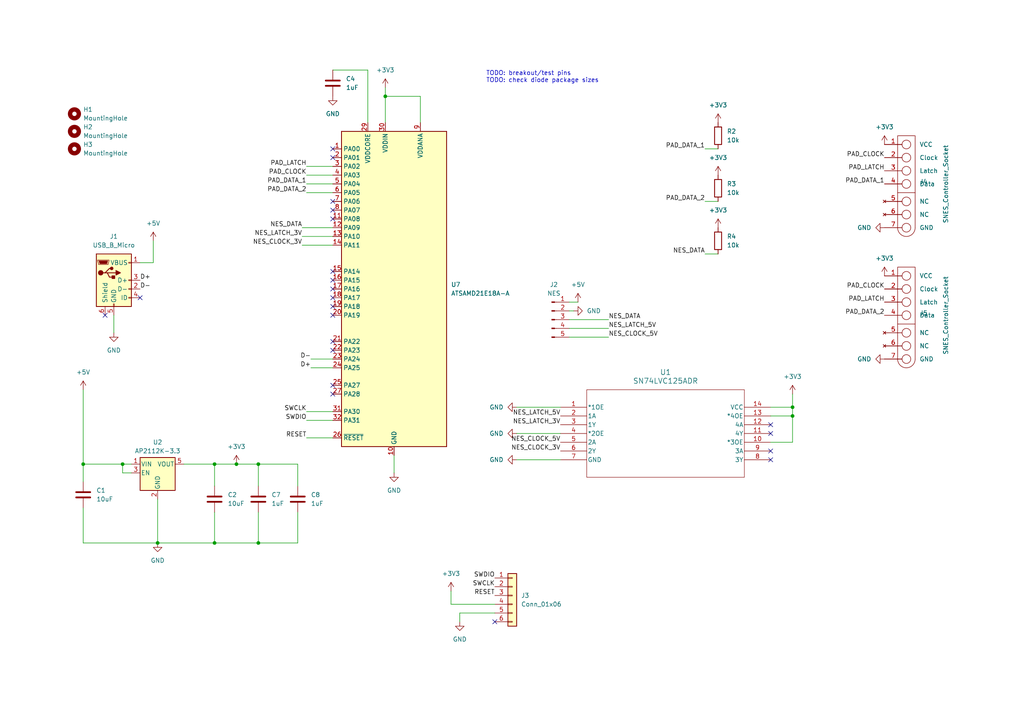
<source format=kicad_sch>
(kicad_sch (version 20230121) (generator eeschema)
  (paper "A4")
  (lib_symbols
    (symbol "Connector:Conn_01x05_Pin" (pin_names (offset 1.016) hide)
      (property "Reference" "J" (at 0 7.62 0))
      (property "Value" "Conn_01x05_Pin" (at 0 -7.62 0))
      (symbol "Conn_01x05_Pin_1_1"
        (polyline (pts (xy 1.27 -5.08) (xy 0.8636 -5.08)) (stroke (width 0.1524)))
        (polyline (pts (xy 1.27 -2.54) (xy 0.8636 -2.54)) (stroke (width 0.1524)))
        (polyline (pts (xy 1.27 0) (xy 0.8636 0)) (stroke (width 0.1524)))
        (polyline (pts (xy 1.27 2.54) (xy 0.8636 2.54)) (stroke (width 0.1524)))
        (polyline (pts (xy 1.27 5.08) (xy 0.8636 5.08)) (stroke (width 0.1524)))
        (rectangle (start 0.8636 -4.953) (end 0 -5.207) (stroke (width 0.1524)) (fill (type outline)))
        (rectangle (start 0.8636 -2.413) (end 0 -2.667) (stroke (width 0.1524)) (fill (type outline)))
        (rectangle (start 0.8636 0.127) (end 0 -0.127) (stroke (width 0.1524)) (fill (type outline)))
        (rectangle (start 0.8636 2.667) (end 0 2.413) (stroke (width 0.1524)) (fill (type outline)))
        (rectangle (start 0.8636 5.207) (end 0 4.953) (stroke (width 0.1524)) (fill (type outline)))
        (pin passive line (at 5.08 5.08 180) (length 3.81) (name "Pin_1") (number "1"))
        (pin passive line (at 5.08 2.54 180) (length 3.81) (name "Pin_2") (number "2"))
        (pin passive line (at 5.08 0 180) (length 3.81) (name "Pin_3") (number "3"))
        (pin passive line (at 5.08 -2.54 180) (length 3.81) (name "Pin_4") (number "4"))
        (pin passive line (at 5.08 -5.08 180) (length 3.81) (name "Pin_5") (number "5"))
      )
    )
    (symbol "Connector:USB_B_Micro" (pin_names (offset 1.016))
      (property "Reference" "J" (at -5.08 11.43 0))
      (property "Value" "USB_B_Micro" (at -5.08 8.89 0))
      (symbol "USB_B_Micro_0_1"
        (rectangle (start -5.08 -7.62) (end 5.08 7.62) (stroke (width 0.254)) (fill (type background)))
        (circle (center -3.81 2.159) (radius 0.635) (stroke (width 0.254)) (fill (type outline)))
        (circle (center -0.635 3.429) (radius 0.381) (stroke (width 0.254)) (fill (type outline)))
        (rectangle (start -0.127 -7.62) (end 0.127 -6.858))
        (polyline (pts (xy -1.905 2.159) (xy 0.635 2.159)) (stroke (width 0.254)))
        (polyline (pts (xy -3.175 2.159) (xy -2.54 2.159) (xy -1.27 3.429) (xy -0.635 3.429)) (stroke (width 0.254)))
        (polyline (pts (xy -2.54 2.159) (xy -1.905 2.159) (xy -1.27 0.889) (xy 0 0.889)) (stroke (width 0.254)))
        (polyline (pts (xy 0.635 2.794) (xy 0.635 1.524) (xy 1.905 2.159) (xy 0.635 2.794)) (stroke (width 0.254)) (fill (type outline)))
        (polyline (pts (xy -4.318 5.588) (xy -1.778 5.588) (xy -2.032 4.826) (xy -4.064 4.826) (xy -4.318 5.588)) (fill (type outline)))
        (polyline (pts (xy -4.699 5.842) (xy -4.699 5.588) (xy -4.445 4.826) (xy -4.445 4.572) (xy -1.651 4.572) (xy -1.651 4.826) (xy -1.397 5.588) (xy -1.397 5.842) (xy -4.699 5.842)))
        (rectangle (start 0.254 1.27) (end -0.508 0.508) (stroke (width 0.254)) (fill (type outline)))
        (rectangle (start 5.08 -5.207) (end 4.318 -4.953))
        (rectangle (start 5.08 -2.667) (end 4.318 -2.413))
        (rectangle (start 5.08 -0.127) (end 4.318 0.127))
        (rectangle (start 5.08 4.953) (end 4.318 5.207))
      )
      (symbol "USB_B_Micro_1_1"
        (pin power_out line (at 7.62 5.08 180) (length 2.54) (name "VBUS") (number "1"))
        (pin bidirectional line (at 7.62 -2.54 180) (length 2.54) (name "D-") (number "2"))
        (pin bidirectional line (at 7.62 0 180) (length 2.54) (name "D+") (number "3"))
        (pin passive line (at 7.62 -5.08 180) (length 2.54) (name "ID") (number "4"))
        (pin power_out line (at 0 -10.16 90) (length 2.54) (name "GND") (number "5"))
        (pin passive line (at -2.54 -10.16 90) (length 2.54) (name "Shield") (number "6"))
      )
    )
    (symbol "Connector_Generic:Conn_01x06" (pin_names (offset 1.016) hide)
      (property "Reference" "J" (at 0 7.62 0))
      (property "Value" "Conn_01x06" (at 0 -10.16 0))
      (symbol "Conn_01x06_1_1"
        (rectangle (start -1.27 -7.493) (end 0 -7.747) (stroke (width 0.1524)))
        (rectangle (start -1.27 -4.953) (end 0 -5.207) (stroke (width 0.1524)))
        (rectangle (start -1.27 -2.413) (end 0 -2.667) (stroke (width 0.1524)))
        (rectangle (start -1.27 0.127) (end 0 -0.127) (stroke (width 0.1524)))
        (rectangle (start -1.27 2.667) (end 0 2.413) (stroke (width 0.1524)))
        (rectangle (start -1.27 5.207) (end 0 4.953) (stroke (width 0.1524)))
        (rectangle (start -1.27 6.35) (end 1.27 -8.89) (stroke (width 0.254)) (fill (type background)))
        (pin passive line (at -5.08 5.08 0) (length 3.81) (name "Pin_1") (number "1"))
        (pin passive line (at -5.08 2.54 0) (length 3.81) (name "Pin_2") (number "2"))
        (pin passive line (at -5.08 0 0) (length 3.81) (name "Pin_3") (number "3"))
        (pin passive line (at -5.08 -2.54 0) (length 3.81) (name "Pin_4") (number "4"))
        (pin passive line (at -5.08 -5.08 0) (length 3.81) (name "Pin_5") (number "5"))
        (pin passive line (at -5.08 -7.62 0) (length 3.81) (name "Pin_6") (number "6"))
      )
    )
    (symbol "Device:C" (pin_numbers hide) (pin_names (offset 0.254))
      (property "Reference" "C" (at 0.635 2.54 0))
      (property "Value" "C" (at 0.635 -2.54 0))
      (symbol "C_0_1"
        (polyline (pts (xy -2.032 -0.762) (xy 2.032 -0.762)) (stroke (width 0.508)))
        (polyline (pts (xy -2.032 0.762) (xy 2.032 0.762)) (stroke (width 0.508)))
      )
      (symbol "C_1_1"
        (pin passive line (at 0 3.81 270) (length 2.794) (name "~") (number "1"))
        (pin passive line (at 0 -3.81 90) (length 2.794) (name "~") (number "2"))
      )
    )
    (symbol "Device:R" (pin_numbers hide) (pin_names (offset 0))
      (property "Reference" "R" (at 2.032 0 90))
      (property "Value" "R" (at 0 0 90))
      (symbol "R_0_1"
        (rectangle (start -1.016 -2.54) (end 1.016 2.54) (stroke (width 0.254)))
      )
      (symbol "R_1_1"
        (pin passive line (at 0 3.81 270) (length 1.27) (name "~") (number "1"))
        (pin passive line (at 0 -3.81 90) (length 1.27) (name "~") (number "2"))
      )
    )
    (symbol "MCU_Microchip_SAMD:ATSAMD21E18A-A"
      (property "Reference" "U" (at -13.97 46.99 0))
      (property "Value" "ATSAMD21E18A-A" (at 16.51 46.99 0))
      (symbol "ATSAMD21E18A-A_1_1"
        (rectangle (start -15.24 45.72) (end 15.24 -45.72) (stroke (width 0.254)) (fill (type background)))
        (pin bidirectional line (at -17.78 40.64 0) (length 2.54) (name "PA00") (number "1"))
        (pin power_in line (at 0 -48.26 90) (length 2.54) (name "GND") (number "10"))
        (pin bidirectional line (at -17.78 20.32 0) (length 2.54) (name "PA08") (number "11"))
        (pin bidirectional line (at -17.78 17.78 0) (length 2.54) (name "PA09") (number "12"))
        (pin bidirectional line (at -17.78 15.24 0) (length 2.54) (name "PA10") (number "13"))
        (pin bidirectional line (at -17.78 12.7 0) (length 2.54) (name "PA11") (number "14"))
        (pin bidirectional line (at -17.78 5.08 0) (length 2.54) (name "PA14") (number "15"))
        (pin bidirectional line (at -17.78 2.54 0) (length 2.54) (name "PA15") (number "16"))
        (pin bidirectional line (at -17.78 0 0) (length 2.54) (name "PA16") (number "17"))
        (pin bidirectional line (at -17.78 -2.54 0) (length 2.54) (name "PA17") (number "18"))
        (pin bidirectional line (at -17.78 -5.08 0) (length 2.54) (name "PA18") (number "19"))
        (pin bidirectional line (at -17.78 38.1 0) (length 2.54) (name "PA01") (number "2"))
        (pin bidirectional line (at -17.78 -7.62 0) (length 2.54) (name "PA19") (number "20"))
        (pin bidirectional line (at -17.78 -15.24 0) (length 2.54) (name "PA22") (number "21"))
        (pin bidirectional line (at -17.78 -17.78 0) (length 2.54) (name "PA23") (number "22"))
        (pin bidirectional line (at -17.78 -20.32 0) (length 2.54) (name "PA24") (number "23"))
        (pin bidirectional line (at -17.78 -22.86 0) (length 2.54) (name "PA25") (number "24"))
        (pin bidirectional line (at -17.78 -27.94 0) (length 2.54) (name "PA27") (number "25"))
        (pin input line (at -17.78 -43.18 0) (length 2.54) (name "~{RESET}") (number "26"))
        (pin bidirectional line (at -17.78 -30.48 0) (length 2.54) (name "PA28") (number "27"))
        (pin passive line (at 0 -48.26 90) (length 2.54) hide (name "GND") (number "28"))
        (pin power_out line (at -7.62 48.26 270) (length 2.54) (name "VDDCORE") (number "29"))
        (pin bidirectional line (at -17.78 35.56 0) (length 2.54) (name "PA02") (number "3"))
        (pin power_in line (at -2.54 48.26 270) (length 2.54) (name "VDDIN") (number "30"))
        (pin bidirectional line (at -17.78 -35.56 0) (length 2.54) (name "PA30") (number "31"))
        (pin bidirectional line (at -17.78 -38.1 0) (length 2.54) (name "PA31") (number "32"))
        (pin bidirectional line (at -17.78 33.02 0) (length 2.54) (name "PA03") (number "4"))
        (pin bidirectional line (at -17.78 30.48 0) (length 2.54) (name "PA04") (number "5"))
        (pin bidirectional line (at -17.78 27.94 0) (length 2.54) (name "PA05") (number "6"))
        (pin bidirectional line (at -17.78 25.4 0) (length 2.54) (name "PA06") (number "7"))
        (pin bidirectional line (at -17.78 22.86 0) (length 2.54) (name "PA07") (number "8"))
        (pin power_in line (at 7.62 48.26 270) (length 2.54) (name "VDDANA") (number "9"))
      )
    )
    (symbol "Mechanical:MountingHole" (pin_names (offset 1.016))
      (property "Reference" "H" (at 0 5.08 0))
      (property "Value" "MountingHole" (at 0 3.175 0))
      (symbol "MountingHole_0_1"
        (circle (center 0 0) (radius 1.27) (stroke (width 1.27)))
      )
    )
    (symbol "Minor_Industries:SN74LVC125ADR" (pin_names (offset 0.254))
      (property "Reference" "U" (at 30.48 10.16 0))
      (property "Value" "SN74LVC125ADR" (at 30.48 7.62 0))
      (symbol "SN74LVC125ADR_0_1"
        (polyline (pts (xy 7.62 -20.32) (xy 53.34 -20.32)) (stroke (width 0.127)))
        (polyline (pts (xy 7.62 5.08) (xy 7.62 -20.32)) (stroke (width 0.127)))
        (polyline (pts (xy 53.34 -20.32) (xy 53.34 5.08)) (stroke (width 0.127)))
        (polyline (pts (xy 53.34 5.08) (xy 7.62 5.08)) (stroke (width 0.127)))
        (pin input line (at 0 0 0) (length 7.62) (name "*1OE") (number "1"))
        (pin input line (at 60.96 -10.16 180) (length 7.62) (name "*3OE") (number "10"))
        (pin output line (at 60.96 -7.62 180) (length 7.62) (name "4Y") (number "11"))
        (pin input line (at 60.96 -5.08 180) (length 7.62) (name "4A") (number "12"))
        (pin input line (at 60.96 -2.54 180) (length 7.62) (name "*4OE") (number "13"))
        (pin power_in line (at 60.96 0 180) (length 7.62) (name "VCC") (number "14"))
        (pin input line (at 0 -2.54 0) (length 7.62) (name "1A") (number "2"))
        (pin output line (at 0 -5.08 0) (length 7.62) (name "1Y") (number "3"))
        (pin input line (at 0 -7.62 0) (length 7.62) (name "*2OE") (number "4"))
        (pin input line (at 0 -10.16 0) (length 7.62) (name "2A") (number "5"))
        (pin output line (at 0 -12.7 0) (length 7.62) (name "2Y") (number "6"))
        (pin power_in line (at 0 -15.24 0) (length 7.62) (name "GND") (number "7"))
        (pin output line (at 60.96 -15.24 180) (length 7.62) (name "3Y") (number "8"))
        (pin input line (at 60.96 -12.7 180) (length 7.62) (name "3A") (number "9"))
      )
    )
    (symbol "Minor_Industries:SNES_Controller_Socket" (pin_names (offset 5.08))
      (property "Reference" "J" (at 0 17.78 0))
      (property "Value" "SNES_Controller_Socket" (at 0 20.32 0))
      (symbol "SNES_Controller_Socket_0_1"
        (arc (start -2.54 -11.469) (mid 0 -13.9703) (end 2.54 -11.469))
        (circle (center 0 -11.43) (radius 1.27))
        (circle (center 0 -7.62) (radius 1.27))
        (circle (center 0 -3.81) (radius 1.27))
        (polyline (pts (xy -2.54 -1.27) (xy 2.54 -1.27)))
        (polyline (pts (xy 2.54 -11.43) (xy 2.54 15.24) (xy -2.54 15.24) (xy -2.54 -11.43)))
        (circle (center 0 1.27) (radius 1.27))
        (circle (center 0 5.08) (radius 1.27))
        (circle (center 0 8.89) (radius 1.27))
        (circle (center 0 12.7) (radius 1.27))
      )
      (symbol "SNES_Controller_Socket_1_1"
        (pin passive line (at -6.35 12.7 0) (length 5.08) (name "VCC") (number "1"))
        (pin input line (at -6.35 8.89 0) (length 5.08) (name "Clock") (number "2"))
        (pin input line (at -6.35 5.08 0) (length 5.08) (name "Latch") (number "3"))
        (pin output line (at -6.35 1.27 0) (length 5.08) (name "Data") (number "4"))
        (pin no_connect line (at -6.35 -3.81 0) (length 5.08) (name "NC") (number "5"))
        (pin no_connect line (at -6.35 -7.62 0) (length 5.08) (name "NC") (number "6"))
        (pin passive line (at -6.35 -11.43 0) (length 5.08) (name "GND") (number "7"))
      )
    )
    (symbol "Regulator_Linear:AP2112K-3.3" (pin_names (offset 0.254))
      (property "Reference" "U" (at -5.08 5.715 0))
      (property "Value" "AP2112K-3.3" (at 0 5.715 0))
      (symbol "AP2112K-3.3_0_1"
        (rectangle (start -5.08 4.445) (end 5.08 -5.08) (stroke (width 0.254)) (fill (type background)))
      )
      (symbol "AP2112K-3.3_1_1"
        (pin power_in line (at -7.62 2.54 0) (length 2.54) (name "VIN") (number "1"))
        (pin power_in line (at 0 -7.62 90) (length 2.54) (name "GND") (number "2"))
        (pin input line (at -7.62 0 0) (length 2.54) (name "EN") (number "3"))
        (pin no_connect line (at 5.08 0 180) (length 2.54) hide (name "NC") (number "4"))
        (pin power_out line (at 7.62 2.54 180) (length 2.54) (name "VOUT") (number "5"))
      )
    )
    (symbol "power:+3V3" (power) (pin_names (offset 0))
      (property "Value" "+3V3" (at 0 3.556 0))
      (symbol "+3V3_0_1"
        (polyline (pts (xy -0.762 1.27) (xy 0 2.54)))
        (polyline (pts (xy 0 0) (xy 0 2.54)))
        (polyline (pts (xy 0 2.54) (xy 0.762 1.27)))
      )
      (symbol "+3V3_1_1"
        (pin power_in line (at 0 0 90) (length 0) hide (name "+3V3") (number "1"))
      )
    )
    (symbol "power:+5V" (power) (pin_names (offset 0))
      (property "Value" "+5V" (at 0 3.556 0))
      (symbol "+5V_0_1"
        (polyline (pts (xy -0.762 1.27) (xy 0 2.54)))
        (polyline (pts (xy 0 0) (xy 0 2.54)))
        (polyline (pts (xy 0 2.54) (xy 0.762 1.27)))
      )
      (symbol "+5V_1_1"
        (pin power_in line (at 0 0 90) (length 0) hide (name "+5V") (number "1"))
      )
    )
    (symbol "power:GND" (power) (pin_names (offset 0))
      (property "Value" "GND" (at 0 -3.81 0))
      (symbol "GND_0_1"
        (polyline (pts (xy 0 0) (xy 0 -1.27) (xy 1.27 -1.27) (xy 0 -2.54) (xy -1.27 -1.27) (xy 0 -1.27)))
      )
      (symbol "GND_1_1"
        (pin power_in line (at 0 0 270) (length 0) hide (name "GND") (number "1"))
      )
    )
  )
  (junction (at 62.23 157.48))
  (junction (at 74.93 157.48))
  (junction (at 35.56 134.62))
  (junction (at 24.13 134.62))
  (junction (at 229.87 118.11))
  (junction (at 68.58 134.62))
  (junction (at 229.87 120.65))
  (junction (at 74.93 134.62))
  (junction (at 45.72 157.48))
  (junction (at 111.76 27.94))
  (junction (at 62.23 134.62))
  (no_connect (at 40.64 86.36))
  (no_connect (at 143.51 180.34))
  (no_connect (at 96.52 88.9))
  (no_connect (at 96.52 99.06))
  (no_connect (at 96.52 111.76))
  (no_connect (at 96.52 114.3))
  (no_connect (at 96.52 43.18))
  (no_connect (at 96.52 81.28))
  (no_connect (at 96.52 101.6))
  (no_connect (at 96.52 45.72))
  (no_connect (at 30.48 91.44))
  (no_connect (at 96.52 78.74))
  (no_connect (at 96.52 63.5))
  (no_connect (at 223.52 133.35))
  (no_connect (at 96.52 91.44))
  (no_connect (at 223.52 125.73))
  (no_connect (at 223.52 130.81))
  (no_connect (at 96.52 60.96))
  (no_connect (at 96.52 86.36))
  (no_connect (at 223.52 123.19))
  (no_connect (at 96.52 58.42))
  (no_connect (at 96.52 83.82))
  (wire (pts (xy 62.23 157.48) (xy 74.93 157.48)))
  (wire (pts (xy 35.56 134.62) (xy 38.1 134.62)))
  (wire (pts (xy 130.81 171.45) (xy 130.81 175.26)))
  (wire (pts (xy 223.52 120.65) (xy 229.87 120.65)))
  (wire (pts (xy 90.17 104.14) (xy 96.52 104.14)))
  (wire (pts (xy 165.1 95.25) (xy 176.53 95.25)))
  (wire (pts (xy 149.86 133.35) (xy 162.56 133.35)))
  (wire (pts (xy 24.13 113.03) (xy 24.13 134.62)))
  (wire (pts (xy 86.36 157.48) (xy 74.93 157.48)))
  (wire (pts (xy 165.1 97.79) (xy 176.53 97.79)))
  (wire (pts (xy 74.93 134.62) (xy 74.93 140.97)))
  (wire (pts (xy 88.9 48.26) (xy 96.52 48.26)))
  (wire (pts (xy 106.68 20.32) (xy 106.68 35.56)))
  (wire (pts (xy 38.1 137.16) (xy 35.56 137.16)))
  (wire (pts (xy 111.76 27.94) (xy 121.92 27.94)))
  (wire (pts (xy 24.13 157.48) (xy 45.72 157.48)))
  (wire (pts (xy 24.13 147.32) (xy 24.13 157.48)))
  (wire (pts (xy 45.72 144.78) (xy 45.72 157.48)))
  (wire (pts (xy 229.87 118.11) (xy 229.87 114.3)))
  (wire (pts (xy 87.63 71.12) (xy 96.52 71.12)))
  (wire (pts (xy 62.23 134.62) (xy 62.23 140.97)))
  (wire (pts (xy 44.45 76.2) (xy 44.45 69.85)))
  (wire (pts (xy 88.9 127) (xy 96.52 127)))
  (wire (pts (xy 87.63 66.04) (xy 96.52 66.04)))
  (wire (pts (xy 88.9 55.88) (xy 96.52 55.88)))
  (wire (pts (xy 86.36 148.59) (xy 86.36 157.48)))
  (wire (pts (xy 62.23 148.59) (xy 62.23 157.48)))
  (wire (pts (xy 40.64 76.2) (xy 44.45 76.2)))
  (wire (pts (xy 165.1 90.17) (xy 166.37 90.17)))
  (wire (pts (xy 74.93 134.62) (xy 86.36 134.62)))
  (wire (pts (xy 96.52 20.32) (xy 106.68 20.32)))
  (wire (pts (xy 88.9 50.8) (xy 96.52 50.8)))
  (wire (pts (xy 88.9 121.92) (xy 96.52 121.92)))
  (wire (pts (xy 86.36 134.62) (xy 86.36 140.97)))
  (wire (pts (xy 68.58 134.62) (xy 74.93 134.62)))
  (wire (pts (xy 204.47 43.18) (xy 208.28 43.18)))
  (wire (pts (xy 149.86 125.73) (xy 162.56 125.73)))
  (wire (pts (xy 45.72 157.48) (xy 62.23 157.48)))
  (wire (pts (xy 88.9 53.34) (xy 96.52 53.34)))
  (wire (pts (xy 111.76 27.94) (xy 111.76 35.56)))
  (wire (pts (xy 121.92 35.56) (xy 121.92 27.94)))
  (wire (pts (xy 87.63 68.58) (xy 96.52 68.58)))
  (wire (pts (xy 229.87 118.11) (xy 229.87 120.65)))
  (wire (pts (xy 223.52 118.11) (xy 229.87 118.11)))
  (wire (pts (xy 88.9 119.38) (xy 96.52 119.38)))
  (wire (pts (xy 165.1 92.71) (xy 176.53 92.71)))
  (wire (pts (xy 204.47 73.66) (xy 208.28 73.66)))
  (wire (pts (xy 62.23 134.62) (xy 68.58 134.62)))
  (wire (pts (xy 149.86 118.11) (xy 162.56 118.11)))
  (wire (pts (xy 24.13 134.62) (xy 35.56 134.62)))
  (wire (pts (xy 133.35 177.8) (xy 133.35 180.34)))
  (wire (pts (xy 143.51 177.8) (xy 133.35 177.8)))
  (wire (pts (xy 111.76 25.4) (xy 111.76 27.94)))
  (wire (pts (xy 24.13 134.62) (xy 24.13 139.7)))
  (wire (pts (xy 143.51 175.26) (xy 130.81 175.26)))
  (wire (pts (xy 204.47 58.42) (xy 208.28 58.42)))
  (wire (pts (xy 114.3 132.08) (xy 114.3 137.16)))
  (wire (pts (xy 33.02 91.44) (xy 33.02 96.52)))
  (wire (pts (xy 35.56 137.16) (xy 35.56 134.62)))
  (wire (pts (xy 229.87 120.65) (xy 229.87 128.27)))
  (wire (pts (xy 165.1 87.63) (xy 167.64 87.63)))
  (wire (pts (xy 74.93 148.59) (xy 74.93 157.48)))
  (wire (pts (xy 90.17 106.68) (xy 96.52 106.68)))
  (wire (pts (xy 223.52 128.27) (xy 229.87 128.27)))
  (wire (pts (xy 53.34 134.62) (xy 62.23 134.62)))
  (text "TODO: breakout/test pins\nTODO: check diode package sizes" (at 140.97 24.13 0) (effects (font (size 1.27 1.27)) (justify left bottom)))
  (label "PAD_DATA_2" (at 256.54 91.44 180))
  (label "D-" (at 90.17 104.14 180))
  (label "D+" (at 90.17 106.68 180))
  (label "PAD_LATCH" (at 256.54 87.63 180))
  (label "NES_CLOCK_5V" (at 176.53 97.79 0))
  (label "NES_CLOCK_5V" (at 162.56 128.27 180))
  (label "D+" (at 40.64 81.28 0))
  (label "PAD_LATCH" (at 88.9 48.26 180))
  (label "PAD_DATA_1" (at 88.9 53.34 180))
  (label "NES_DATA" (at 176.53 92.71 0))
  (label "NES_LATCH_3V" (at 87.63 68.58 180))
  (label "NES_CLOCK_3V" (at 87.63 71.12 180))
  (label "NES_LATCH_5V" (at 176.53 95.25 0))
  (label "PAD_DATA_1" (at 204.47 43.18 180))
  (label "SWCLK" (at 143.51 170.18 180))
  (label "NES_CLOCK_3V" (at 162.56 130.81 180))
  (label "NES_DATA" (at 87.63 66.04 180))
  (label "D-" (at 40.64 83.82 0))
  (label "PAD_DATA_2" (at 88.9 55.88 180))
  (label "PAD_CLOCK" (at 256.54 83.82 180))
  (label "PAD_DATA_1" (at 256.54 53.34 180))
  (label "SWCLK" (at 88.9 119.38 180))
  (label "PAD_CLOCK" (at 256.54 45.72 180))
  (label "NES_LATCH_3V" (at 162.56 123.19 180))
  (label "SWDIO" (at 143.51 167.64 180))
  (label "NES_LATCH_5V" (at 162.56 120.65 180))
  (label "PAD_LATCH" (at 256.54 49.53 180))
  (label "NES_DATA" (at 204.47 73.66 180))
  (label "SWDIO" (at 88.9 121.92 180))
  (label "PAD_CLOCK" (at 88.9 50.8 180))
  (label "PAD_DATA_2" (at 204.47 58.42 180))
  (label "RESET" (at 143.51 172.72 180))
  (label "RESET" (at 88.9 127 180))
  (symbol (lib_id "Minor_Industries:SN74LVC125ADR") (at 162.56 118.11 0) (unit 1)
    (property "Reference" "U1" (at 193.04 107.95 0) (effects (font (size 1.524 1.524))))
    (property "Value" "SN74LVC125ADR" (at 193.04 110.49 0) (effects (font (size 1.524 1.524))))
    (property "Footprint" "Minor_Industries:SN74LVC125ADR" (effects hide))
    (property "Datasheet" "SN74LVC125ADR" (effects hide))
  )
  (symbol (lib_id "power:+3V3") (at 256.54 41.91 0) (unit 1)
    (property "Reference" "#PWR02" (effects hide))
    (property "Value" "+3V3" (at 256.54 36.83 0))
  )
  (symbol (lib_id "power:GND") (at 149.86 133.35 270) (unit 1)
    (property "Reference" "#PWR010" (effects hide))
    (property "Value" "GND" (at 146.05 133.35 90) (effects (justify right)))
  )
  (symbol (lib_id "Device:R") (at 208.28 39.37 0) (unit 1)
    (property "Reference" "R2" (at 210.82 38.1 0) (effects (justify left)))
    (property "Value" "10k" (at 210.82 40.64 0) (effects (justify left)))
    (property "Footprint" "Resistor_SMD:R_0805_2012Metric" (effects hide))
  )
  (symbol (lib_id "power:+5V") (at 44.45 69.85 0) (unit 1)
    (property "Reference" "#PWR016" (effects hide))
    (property "Value" "+5V" (at 44.45 64.77 0))
  )
  (symbol (lib_id "power:+3V3") (at 256.54 80.01 0) (unit 1)
    (property "Reference" "#PWR07" (effects hide))
    (property "Value" "+3V3" (at 256.54 74.93 0))
  )
  (symbol (lib_id "Regulator_Linear:AP2112K-3.3") (at 45.72 137.16 0) (unit 1)
    (property "Reference" "U2" (at 45.72 128.27 0))
    (property "Value" "AP2112K-3.3" (at 45.72 130.81 0))
    (property "Footprint" "Package_TO_SOT_SMD:SOT-23-5" (effects hide))
    (property "Datasheet" "https://www.diodes.com/assets/Datasheets/AP2112.pdf" (effects hide))
  )
  (symbol (lib_id "power:+5V") (at 167.64 87.63 0) (unit 1)
    (property "Reference" "#PWR014" (effects hide))
    (property "Value" "+5V" (at 167.64 82.55 0))
  )
  (symbol (lib_id "power:GND") (at 96.52 27.94 0) (unit 1)
    (property "Reference" "#PWR033" (effects hide))
    (property "Value" "GND" (at 96.52 33.02 0))
  )
  (symbol (lib_id "power:+3V3") (at 111.76 25.4 0) (unit 1)
    (property "Reference" "#PWR06" (effects hide))
    (property "Value" "+3V3" (at 111.76 20.32 0))
  )
  (symbol (lib_id "Device:C") (at 24.13 143.51 0) (unit 1)
    (property "Reference" "C1" (at 27.94 142.24 0) (effects (justify left)))
    (property "Value" "10uF" (at 27.94 144.78 0) (effects (justify left)))
    (property "Footprint" "Capacitor_SMD:C_1206_3216Metric" (effects hide))
  )
  (symbol (lib_id "Minor_Industries:SNES_Controller_Socket") (at 262.89 54.61 0) (unit 1)
    (property "Reference" "J4" (at 266.7 52.7051 0) (effects (justify left)))
    (property "Value" "SNES_Controller_Socket" (at 274.32 64.77 90) (effects (justify left)))
    (property "Footprint" "Minor_Industries:SNES_Controller_Socket" (effects hide))
  )
  (symbol (lib_id "power:GND") (at 149.86 125.73 270) (unit 1)
    (property "Reference" "#PWR09" (effects hide))
    (property "Value" "GND" (at 146.05 125.73 90) (effects (justify right)))
  )
  (symbol (lib_id "power:GND") (at 45.72 157.48 0) (unit 1)
    (property "Reference" "#PWR01" (effects hide))
    (property "Value" "GND" (at 45.72 162.56 0))
  )
  (symbol (lib_id "Connector_Generic:Conn_01x06") (at 148.59 172.72 0) (unit 1)
    (property "Reference" "J3" (at 151.13 172.72 0) (effects (justify left)))
    (property "Value" "Conn_01x06" (at 151.13 175.26 0) (effects (justify left)))
    (property "Footprint" "Connector_PinSocket_2.54mm:PinSocket_1x06_P2.54mm_Vertical" (effects hide))
  )
  (symbol (lib_id "Connector:Conn_01x05_Pin") (at 160.02 92.71 0) (unit 1)
    (property "Reference" "J2" (at 160.655 82.55 0))
    (property "Value" "NES" (at 160.655 85.09 0))
    (property "Footprint" "Connector_Wire:SolderWire-0.15sqmm_1x05_P4mm_D0.5mm_OD1.5mm_Relief" (effects hide))
  )
  (symbol (lib_id "power:GND") (at 33.02 96.52 0) (unit 1)
    (property "Reference" "#PWR026" (effects hide))
    (property "Value" "GND" (at 33.02 101.6 0))
  )
  (symbol (lib_id "power:+3V3") (at 208.28 66.04 0) (unit 1)
    (property "Reference" "#PWR020" (effects hide))
    (property "Value" "+3V3" (at 208.28 60.96 0))
  )
  (symbol (lib_id "Device:C") (at 74.93 144.78 0) (unit 1)
    (property "Reference" "C7" (at 78.74 143.51 0) (effects (justify left)))
    (property "Value" "1uF" (at 78.74 146.05 0) (effects (justify left)))
    (property "Footprint" "Capacitor_SMD:C_0805_2012Metric" (effects hide))
  )
  (symbol (lib_id "power:+3V3") (at 130.81 171.45 0) (unit 1)
    (property "Reference" "#PWR012" (effects hide))
    (property "Value" "+3V3" (at 130.81 166.37 0))
  )
  (symbol (lib_id "Mechanical:MountingHole") (at 21.59 38.1 0) (unit 1)
    (property "Reference" "H2" (at 24.13 36.83 0) (effects (justify left)))
    (property "Value" "MountingHole" (at 24.13 39.37 0) (effects (justify left)))
    (property "Footprint" "MountingHole:MountingHole_2.2mm_M2" (effects hide))
  )
  (symbol (lib_id "power:+5V") (at 24.13 113.03 0) (unit 1)
    (property "Reference" "#PWR05" (effects hide))
    (property "Value" "+5V" (at 24.13 107.95 0))
  )
  (symbol (lib_id "power:GND") (at 166.37 90.17 90) (unit 1)
    (property "Reference" "#PWR013" (effects hide))
    (property "Value" "GND" (at 170.18 90.17 90) (effects (justify right)))
  )
  (symbol (lib_id "power:GND") (at 256.54 66.04 270) (unit 1)
    (property "Reference" "#PWR04" (effects hide))
    (property "Value" "GND" (at 252.73 66.04 90) (effects (justify right)))
  )
  (symbol (lib_id "Device:R") (at 208.28 69.85 0) (unit 1)
    (property "Reference" "R4" (at 210.82 68.58 0) (effects (justify left)))
    (property "Value" "10k" (at 210.82 71.12 0) (effects (justify left)))
    (property "Footprint" "Resistor_SMD:R_0805_2012Metric" (effects hide))
  )
  (symbol (lib_id "MCU_Microchip_SAMD:ATSAMD21E18A-A") (at 114.3 83.82 0) (unit 1)
    (property "Reference" "U7" (at 130.81 82.55 0) (effects (justify left)))
    (property "Value" "ATSAMD21E18A-A" (at 130.81 85.09 0) (effects (justify left)))
    (property "Footprint" "Package_QFP:TQFP-32_7x7mm_P0.8mm" (effects hide))
    (property "Datasheet" "http://ww1.microchip.com/downloads/en/DeviceDoc/SAM_D21_DA1_Family_Data%20Sheet_DS40001882E.pdf" (effects hide))
  )
  (symbol (lib_id "power:GND") (at 114.3 137.16 0) (unit 1)
    (property "Reference" "#PWR035" (effects hide))
    (property "Value" "GND" (at 114.3 142.24 0))
  )
  (symbol (lib_id "Minor_Industries:SNES_Controller_Socket") (at 262.89 92.71 0) (unit 1)
    (property "Reference" "J5" (at 266.7 90.8051 0) (effects (justify left)))
    (property "Value" "SNES_Controller_Socket" (at 274.32 102.87 90) (effects (justify left)))
    (property "Footprint" "Minor_Industries:SNES_Controller_Socket" (effects hide))
  )
  (symbol (lib_id "power:+3V3") (at 208.28 35.56 0) (unit 1)
    (property "Reference" "#PWR017" (effects hide))
    (property "Value" "+3V3" (at 208.28 30.48 0))
  )
  (symbol (lib_id "Device:C") (at 96.52 24.13 0) (unit 1)
    (property "Reference" "C4" (at 100.33 22.86 0) (effects (justify left)))
    (property "Value" "1uF" (at 100.33 25.4 0) (effects (justify left)))
    (property "Footprint" "Capacitor_SMD:C_0805_2012Metric" (effects hide))
  )
  (symbol (lib_id "Mechanical:MountingHole") (at 21.59 33.02 0) (unit 1)
    (property "Reference" "H1" (at 24.13 31.75 0) (effects (justify left)))
    (property "Value" "MountingHole" (at 24.13 34.29 0) (effects (justify left)))
    (property "Footprint" "MountingHole:MountingHole_2.2mm_M2" (effects hide))
  )
  (symbol (lib_id "power:GND") (at 256.54 104.14 270) (unit 1)
    (property "Reference" "#PWR015" (effects hide))
    (property "Value" "GND" (at 252.73 104.14 90) (effects (justify right)))
  )
  (symbol (lib_id "Device:C") (at 86.36 144.78 0) (unit 1)
    (property "Reference" "C8" (at 90.17 143.51 0) (effects (justify left)))
    (property "Value" "1uF" (at 90.17 146.05 0) (effects (justify left)))
    (property "Footprint" "Capacitor_SMD:C_0805_2012Metric" (effects hide))
  )
  (symbol (lib_id "power:GND") (at 149.86 118.11 270) (unit 1)
    (property "Reference" "#PWR08" (effects hide))
    (property "Value" "GND" (at 146.05 118.11 90) (effects (justify right)))
  )
  (symbol (lib_id "Mechanical:MountingHole") (at 21.59 43.18 0) (unit 1)
    (property "Reference" "H3" (at 24.13 41.91 0) (effects (justify left)))
    (property "Value" "MountingHole" (at 24.13 44.45 0) (effects (justify left)))
    (property "Footprint" "MountingHole:MountingHole_2.2mm_M2" (effects hide))
  )
  (symbol (lib_id "Device:R") (at 208.28 54.61 0) (unit 1)
    (property "Reference" "R3" (at 210.82 53.34 0) (effects (justify left)))
    (property "Value" "10k" (at 210.82 55.88 0) (effects (justify left)))
    (property "Footprint" "Resistor_SMD:R_0805_2012Metric" (effects hide))
  )
  (symbol (lib_id "Connector:USB_B_Micro") (at 33.02 81.28 0) (unit 1)
    (property "Reference" "J1" (at 33.02 68.58 0))
    (property "Value" "USB_B_Micro" (at 33.02 71.12 0))
    (property "Footprint" "Connector_USB:USB_Micro-B_Amphenol_10118193-0001LF_Horizontal" (effects hide))
  )
  (symbol (lib_id "power:+3V3") (at 68.58 134.62 0) (unit 1)
    (property "Reference" "#PWR018" (effects hide))
    (property "Value" "+3V3" (at 68.58 129.54 0))
  )
  (symbol (lib_id "power:GND") (at 133.35 180.34 0) (unit 1)
    (property "Reference" "#PWR03" (effects hide))
    (property "Value" "GND" (at 133.35 185.42 0))
  )
  (symbol (lib_id "Device:C") (at 62.23 144.78 0) (unit 1)
    (property "Reference" "C2" (at 66.04 143.51 0) (effects (justify left)))
    (property "Value" "10uF" (at 66.04 146.05 0) (effects (justify left)))
    (property "Footprint" "Capacitor_SMD:C_1206_3216Metric" (effects hide))
  )
  (symbol (lib_id "power:+3V3") (at 208.28 50.8 0) (unit 1)
    (property "Reference" "#PWR019" (effects hide))
    (property "Value" "+3V3" (at 208.28 45.72 0))
  )
  (symbol (lib_id "power:+3V3") (at 229.87 114.3 0) (unit 1)
    (property "Reference" "#PWR011" (effects hide))
    (property "Value" "+3V3" (at 229.87 109.22 0))
  )
)
</source>
